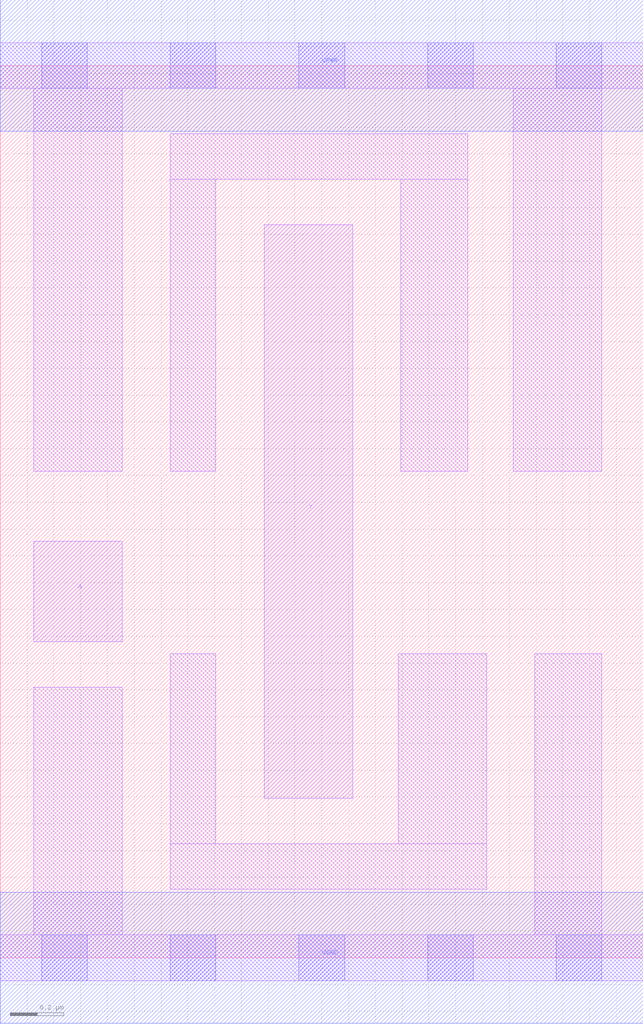
<source format=lef>
# Copyright 2020 The SkyWater PDK Authors
#
# Licensed under the Apache License, Version 2.0 (the "License");
# you may not use this file except in compliance with the License.
# You may obtain a copy of the License at
#
#     https://www.apache.org/licenses/LICENSE-2.0
#
# Unless required by applicable law or agreed to in writing, software
# distributed under the License is distributed on an "AS IS" BASIS,
# WITHOUT WARRANTIES OR CONDITIONS OF ANY KIND, either express or implied.
# See the License for the specific language governing permissions and
# limitations under the License.
#
# SPDX-License-Identifier: Apache-2.0

VERSION 5.7 ;
  NOWIREEXTENSIONATPIN ON ;
  DIVIDERCHAR "/" ;
  BUSBITCHARS "[]" ;
UNITS
  DATABASE MICRONS 200 ;
END UNITS
MACRO sky130_fd_sc_lp__invlp_2
  CLASS CORE ;
  FOREIGN sky130_fd_sc_lp__invlp_2 ;
  ORIGIN  0.000000  0.000000 ;
  SIZE  2.400000 BY  3.330000 ;
  SYMMETRY X Y R90 ;
  SITE unit ;
  PIN A
    ANTENNAGATEAREA  1.260000 ;
    DIRECTION INPUT ;
    USE SIGNAL ;
    PORT
      LAYER li1 ;
        RECT 0.125000 1.180000 0.455000 1.555000 ;
    END
  END A
  PIN Y
    ANTENNADIFFAREA  0.588000 ;
    DIRECTION OUTPUT ;
    USE SIGNAL ;
    PORT
      LAYER li1 ;
        RECT 0.985000 0.595000 1.315000 2.735000 ;
    END
  END Y
  PIN VGND
    DIRECTION INOUT ;
    USE GROUND ;
    PORT
      LAYER met1 ;
        RECT 0.000000 -0.245000 2.400000 0.245000 ;
    END
  END VGND
  PIN VPWR
    DIRECTION INOUT ;
    USE POWER ;
    PORT
      LAYER met1 ;
        RECT 0.000000 3.085000 2.400000 3.575000 ;
    END
  END VPWR
  OBS
    LAYER li1 ;
      RECT 0.000000 -0.085000 2.400000 0.085000 ;
      RECT 0.000000  3.245000 2.400000 3.415000 ;
      RECT 0.125000  0.085000 0.455000 1.010000 ;
      RECT 0.125000  1.815000 0.455000 3.245000 ;
      RECT 0.635000  0.255000 1.815000 0.425000 ;
      RECT 0.635000  0.425000 0.805000 1.135000 ;
      RECT 0.635000  1.815000 0.805000 2.905000 ;
      RECT 0.635000  2.905000 1.745000 3.075000 ;
      RECT 1.485000  0.425000 1.815000 1.135000 ;
      RECT 1.495000  1.815000 1.745000 2.905000 ;
      RECT 1.915000  1.815000 2.245000 3.245000 ;
      RECT 1.995000  0.085000 2.245000 1.135000 ;
    LAYER mcon ;
      RECT 0.155000 -0.085000 0.325000 0.085000 ;
      RECT 0.155000  3.245000 0.325000 3.415000 ;
      RECT 0.635000 -0.085000 0.805000 0.085000 ;
      RECT 0.635000  3.245000 0.805000 3.415000 ;
      RECT 1.115000 -0.085000 1.285000 0.085000 ;
      RECT 1.115000  3.245000 1.285000 3.415000 ;
      RECT 1.595000 -0.085000 1.765000 0.085000 ;
      RECT 1.595000  3.245000 1.765000 3.415000 ;
      RECT 2.075000 -0.085000 2.245000 0.085000 ;
      RECT 2.075000  3.245000 2.245000 3.415000 ;
  END
END sky130_fd_sc_lp__invlp_2
END LIBRARY

</source>
